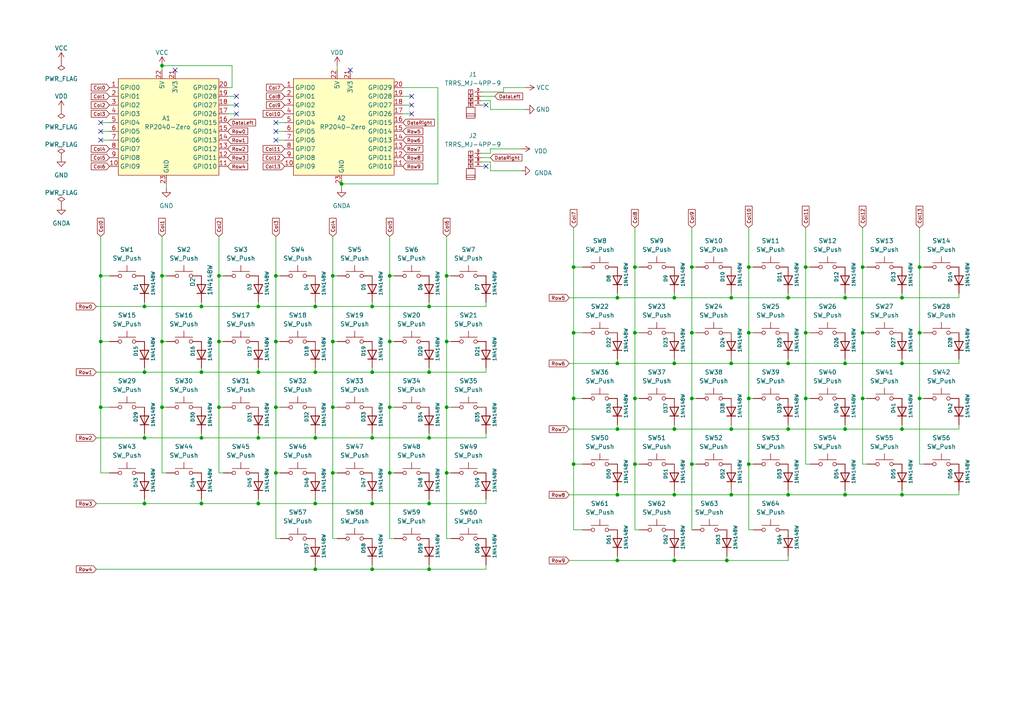
<source format=kicad_sch>
(kicad_sch (version 20230121) (generator eeschema)
  (paper "A4")
  (junction (at 266.7 115.57))
  (junction (at 261.62 105.41))
  (junction (at 217.17 115.57))
  (junction (at 91.44 146.05))
  (junction (at 179.07 143.51))
  (junction (at 195.58 86.36))
  (junction (at 29.21 80.01))
  (junction (at 129.54 137.16))
  (junction (at 228.6 86.36))
  (junction (at 80.01 99.06))
  (junction (at 179.07 86.36))
  (junction (at 233.68 115.57))
  (junction (at 250.19 115.57))
  (junction (at 200.66 96.52))
  (junction (at 91.44 107.95))
  (junction (at 129.54 99.06))
  (junction (at 228.6 143.51))
  (junction (at 107.95 107.95))
  (junction (at 195.58 162.56))
  (junction (at 107.95 127))
  (junction (at 63.5 99.06))
  (junction (at 210.82 162.56))
  (junction (at 124.46 146.05))
  (junction (at 41.91 127))
  (junction (at 74.93 127))
  (junction (at 58.42 88.9))
  (junction (at 261.62 143.51))
  (junction (at 179.07 162.56))
  (junction (at 58.42 127))
  (junction (at 179.07 105.41))
  (junction (at 166.37 115.57))
  (junction (at 233.68 96.52))
  (junction (at 41.91 146.05))
  (junction (at 200.66 115.57))
  (junction (at 166.37 134.62))
  (junction (at 58.42 146.05))
  (junction (at 166.37 77.47))
  (junction (at 74.93 107.95))
  (junction (at 184.15 96.52))
  (junction (at 129.54 118.11))
  (junction (at 217.17 77.47))
  (junction (at 195.58 105.41))
  (junction (at 184.15 115.57))
  (junction (at 41.91 88.9))
  (junction (at 212.09 105.41))
  (junction (at 74.93 146.05))
  (junction (at 29.21 99.06))
  (junction (at 195.58 143.51))
  (junction (at 113.03 80.01))
  (junction (at 212.09 86.36))
  (junction (at 41.91 107.95))
  (junction (at 245.11 143.51))
  (junction (at 129.54 80.01))
  (junction (at 261.62 86.36))
  (junction (at 63.5 80.01))
  (junction (at 80.01 137.16))
  (junction (at 166.37 96.52))
  (junction (at 80.01 118.11))
  (junction (at 96.52 118.11))
  (junction (at 212.09 143.51))
  (junction (at 113.03 118.11))
  (junction (at 245.11 105.41))
  (junction (at 124.46 165.1))
  (junction (at 266.7 96.52))
  (junction (at 107.95 165.1))
  (junction (at 113.03 99.06))
  (junction (at 250.19 96.52))
  (junction (at 74.93 88.9))
  (junction (at 58.42 107.95))
  (junction (at 184.15 134.62))
  (junction (at 245.11 124.46))
  (junction (at 91.44 127))
  (junction (at 46.99 99.06))
  (junction (at 46.99 80.01))
  (junction (at 63.5 118.11))
  (junction (at 200.66 134.62))
  (junction (at 46.99 19.05))
  (junction (at 217.17 96.52))
  (junction (at 96.52 99.06))
  (junction (at 217.17 134.62))
  (junction (at 233.68 77.47))
  (junction (at 200.66 77.47))
  (junction (at 266.7 77.47))
  (junction (at 250.19 77.47))
  (junction (at 195.58 124.46))
  (junction (at 99.06 53.34))
  (junction (at 91.44 88.9))
  (junction (at 184.15 77.47))
  (junction (at 212.09 124.46))
  (junction (at 96.52 137.16))
  (junction (at 91.44 165.1))
  (junction (at 228.6 105.41))
  (junction (at 228.6 124.46))
  (junction (at 46.99 118.11))
  (junction (at 124.46 107.95))
  (junction (at 107.95 146.05))
  (junction (at 107.95 88.9))
  (junction (at 124.46 127))
  (junction (at 179.07 124.46))
  (junction (at 245.11 86.36))
  (junction (at 124.46 88.9))
  (junction (at 29.21 118.11))
  (junction (at 113.03 137.16))
  (junction (at 96.52 80.01))
  (junction (at 261.62 124.46))
  (junction (at 80.01 80.01))
  (no_connect (at 68.58 27.94))
  (no_connect (at 29.21 38.1))
  (no_connect (at 50.8 20.32))
  (no_connect (at 140.97 30.48))
  (no_connect (at 80.01 40.64))
  (no_connect (at 119.38 30.48))
  (no_connect (at 80.01 35.56))
  (no_connect (at 29.21 40.64))
  (no_connect (at 68.58 33.02))
  (no_connect (at 80.01 38.1))
  (no_connect (at 119.38 27.94))
  (no_connect (at 119.38 33.02))
  (no_connect (at 68.58 30.48))
  (no_connect (at 140.97 48.26))
  (no_connect (at 101.6 20.32))
  (no_connect (at 29.21 35.56))
  (wire (pts (xy 228.6 124.46) (xy 245.11 124.46)))
  (wire (pts (xy 96.52 118.11) (xy 96.52 137.16)))
  (wire (pts (xy 68.58 30.48) (xy 66.04 30.48)))
  (wire (pts (xy 228.6 161.29) (xy 228.6 162.56)))
  (wire (pts (xy 165.1 86.36) (xy 179.07 86.36)))
  (wire (pts (xy 250.19 77.47) (xy 250.19 96.52)))
  (wire (pts (xy 124.46 88.9) (xy 140.97 88.9)))
  (wire (pts (xy 46.99 68.58) (xy 46.99 80.01)))
  (wire (pts (xy 267.97 77.47) (xy 266.7 77.47)))
  (wire (pts (xy 233.68 115.57) (xy 233.68 134.62)))
  (wire (pts (xy 217.17 115.57) (xy 217.17 134.62)))
  (wire (pts (xy 184.15 115.57) (xy 185.42 115.57)))
  (wire (pts (xy 233.68 66.04) (xy 233.68 77.47)))
  (wire (pts (xy 212.09 124.46) (xy 228.6 124.46)))
  (wire (pts (xy 234.95 77.47) (xy 233.68 77.47)))
  (wire (pts (xy 58.42 125.73) (xy 58.42 127)))
  (wire (pts (xy 217.17 153.67) (xy 218.44 153.67)))
  (wire (pts (xy 129.54 118.11) (xy 130.81 118.11)))
  (wire (pts (xy 107.95 163.83) (xy 107.95 165.1)))
  (wire (pts (xy 58.42 144.78) (xy 58.42 146.05)))
  (wire (pts (xy 113.03 99.06) (xy 113.03 118.11)))
  (wire (pts (xy 200.66 96.52) (xy 200.66 115.57)))
  (wire (pts (xy 66.04 27.94) (xy 68.58 27.94)))
  (wire (pts (xy 233.68 134.62) (xy 234.95 134.62)))
  (wire (pts (xy 80.01 99.06) (xy 80.01 118.11)))
  (wire (pts (xy 140.97 106.68) (xy 140.97 107.95)))
  (wire (pts (xy 165.1 124.46) (xy 179.07 124.46)))
  (wire (pts (xy 91.44 144.78) (xy 91.44 146.05)))
  (wire (pts (xy 113.03 156.21) (xy 114.3 156.21)))
  (wire (pts (xy 212.09 123.19) (xy 212.09 124.46)))
  (wire (pts (xy 261.62 104.14) (xy 261.62 105.41)))
  (wire (pts (xy 212.09 85.09) (xy 212.09 86.36)))
  (wire (pts (xy 74.93 107.95) (xy 91.44 107.95)))
  (wire (pts (xy 63.5 99.06) (xy 63.5 118.11)))
  (wire (pts (xy 68.58 33.02) (xy 66.04 33.02)))
  (wire (pts (xy 63.5 68.58) (xy 63.5 80.01)))
  (wire (pts (xy 139.7 29.21) (xy 142.24 29.21)))
  (wire (pts (xy 245.11 123.19) (xy 245.11 124.46)))
  (wire (pts (xy 80.01 68.58) (xy 80.01 80.01)))
  (wire (pts (xy 245.11 105.41) (xy 261.62 105.41)))
  (wire (pts (xy 129.54 137.16) (xy 129.54 156.21)))
  (wire (pts (xy 179.07 161.29) (xy 179.07 162.56)))
  (wire (pts (xy 195.58 104.14) (xy 195.58 105.41)))
  (wire (pts (xy 91.44 127) (xy 107.95 127)))
  (wire (pts (xy 80.01 99.06) (xy 81.28 99.06)))
  (wire (pts (xy 261.62 123.19) (xy 261.62 124.46)))
  (wire (pts (xy 217.17 77.47) (xy 217.17 96.52)))
  (wire (pts (xy 228.6 85.09) (xy 228.6 86.36)))
  (wire (pts (xy 116.84 27.94) (xy 119.38 27.94)))
  (wire (pts (xy 81.28 80.01) (xy 80.01 80.01)))
  (wire (pts (xy 217.17 96.52) (xy 217.17 115.57)))
  (wire (pts (xy 250.19 96.52) (xy 251.46 96.52)))
  (wire (pts (xy 107.95 107.95) (xy 124.46 107.95)))
  (wire (pts (xy 212.09 105.41) (xy 228.6 105.41)))
  (wire (pts (xy 261.62 105.41) (xy 278.13 105.41)))
  (wire (pts (xy 74.93 87.63) (xy 74.93 88.9)))
  (wire (pts (xy 129.54 80.01) (xy 129.54 99.06)))
  (wire (pts (xy 278.13 123.19) (xy 278.13 124.46)))
  (wire (pts (xy 124.46 144.78) (xy 124.46 146.05)))
  (wire (pts (xy 184.15 96.52) (xy 185.42 96.52)))
  (wire (pts (xy 74.93 88.9) (xy 91.44 88.9)))
  (wire (pts (xy 91.44 125.73) (xy 91.44 127)))
  (wire (pts (xy 266.7 96.52) (xy 266.7 115.57)))
  (wire (pts (xy 168.91 77.47) (xy 166.37 77.47)))
  (wire (pts (xy 195.58 86.36) (xy 212.09 86.36)))
  (wire (pts (xy 80.01 118.11) (xy 81.28 118.11)))
  (wire (pts (xy 41.91 87.63) (xy 41.91 88.9)))
  (wire (pts (xy 29.21 80.01) (xy 29.21 99.06)))
  (wire (pts (xy 139.7 27.94) (xy 143.51 27.94)))
  (wire (pts (xy 184.15 134.62) (xy 185.42 134.62)))
  (wire (pts (xy 124.46 165.1) (xy 140.97 165.1)))
  (wire (pts (xy 166.37 77.47) (xy 166.37 96.52)))
  (wire (pts (xy 74.93 125.73) (xy 74.93 127)))
  (wire (pts (xy 124.46 163.83) (xy 124.46 165.1)))
  (wire (pts (xy 245.11 86.36) (xy 261.62 86.36)))
  (wire (pts (xy 129.54 99.06) (xy 130.81 99.06)))
  (wire (pts (xy 127 25.4) (xy 127 53.34)))
  (wire (pts (xy 184.15 77.47) (xy 184.15 96.52)))
  (wire (pts (xy 233.68 96.52) (xy 234.95 96.52)))
  (wire (pts (xy 63.5 99.06) (xy 64.77 99.06)))
  (wire (pts (xy 113.03 118.11) (xy 113.03 137.16)))
  (wire (pts (xy 124.46 106.68) (xy 124.46 107.95)))
  (wire (pts (xy 96.52 118.11) (xy 97.79 118.11)))
  (wire (pts (xy 107.95 106.68) (xy 107.95 107.95)))
  (wire (pts (xy 212.09 86.36) (xy 228.6 86.36)))
  (wire (pts (xy 142.24 43.18) (xy 151.13 43.18)))
  (wire (pts (xy 63.5 137.16) (xy 64.77 137.16)))
  (wire (pts (xy 250.19 115.57) (xy 251.46 115.57)))
  (wire (pts (xy 46.99 80.01) (xy 46.99 99.06)))
  (wire (pts (xy 200.66 115.57) (xy 201.93 115.57)))
  (wire (pts (xy 212.09 104.14) (xy 212.09 105.41)))
  (wire (pts (xy 195.58 124.46) (xy 212.09 124.46)))
  (wire (pts (xy 166.37 96.52) (xy 168.91 96.52)))
  (wire (pts (xy 107.95 144.78) (xy 107.95 146.05)))
  (wire (pts (xy 96.52 99.06) (xy 97.79 99.06)))
  (wire (pts (xy 48.26 80.01) (xy 46.99 80.01)))
  (wire (pts (xy 195.58 162.56) (xy 195.58 161.29)))
  (wire (pts (xy 184.15 96.52) (xy 184.15 115.57)))
  (wire (pts (xy 124.46 107.95) (xy 140.97 107.95)))
  (wire (pts (xy 119.38 30.48) (xy 116.84 30.48)))
  (wire (pts (xy 107.95 88.9) (xy 124.46 88.9)))
  (wire (pts (xy 250.19 66.04) (xy 250.19 77.47)))
  (wire (pts (xy 261.62 86.36) (xy 278.13 86.36)))
  (wire (pts (xy 179.07 143.51) (xy 179.07 142.24)))
  (wire (pts (xy 200.66 115.57) (xy 200.66 134.62)))
  (wire (pts (xy 166.37 115.57) (xy 168.91 115.57)))
  (wire (pts (xy 29.21 118.11) (xy 29.21 137.16)))
  (wire (pts (xy 80.01 137.16) (xy 80.01 156.21)))
  (wire (pts (xy 233.68 96.52) (xy 233.68 115.57)))
  (wire (pts (xy 200.66 134.62) (xy 201.93 134.62)))
  (wire (pts (xy 140.97 144.78) (xy 140.97 146.05)))
  (wire (pts (xy 124.46 146.05) (xy 140.97 146.05)))
  (wire (pts (xy 217.17 96.52) (xy 218.44 96.52)))
  (wire (pts (xy 179.07 124.46) (xy 195.58 124.46)))
  (wire (pts (xy 166.37 134.62) (xy 168.91 134.62)))
  (wire (pts (xy 91.44 88.9) (xy 107.95 88.9)))
  (wire (pts (xy 165.1 162.56) (xy 179.07 162.56)))
  (wire (pts (xy 278.13 142.24) (xy 278.13 143.51)))
  (wire (pts (xy 116.84 25.4) (xy 127 25.4)))
  (wire (pts (xy 139.7 26.67) (xy 146.05 26.67)))
  (wire (pts (xy 113.03 68.58) (xy 113.03 80.01)))
  (wire (pts (xy 97.79 80.01) (xy 96.52 80.01)))
  (wire (pts (xy 129.54 137.16) (xy 130.81 137.16)))
  (wire (pts (xy 245.11 143.51) (xy 261.62 143.51)))
  (wire (pts (xy 261.62 124.46) (xy 278.13 124.46)))
  (wire (pts (xy 114.3 80.01) (xy 113.03 80.01)))
  (wire (pts (xy 200.66 134.62) (xy 200.66 153.67)))
  (wire (pts (xy 91.44 163.83) (xy 91.44 165.1)))
  (wire (pts (xy 228.6 143.51) (xy 245.11 143.51)))
  (wire (pts (xy 63.5 118.11) (xy 64.77 118.11)))
  (wire (pts (xy 266.7 77.47) (xy 266.7 96.52)))
  (wire (pts (xy 46.99 137.16) (xy 48.26 137.16)))
  (wire (pts (xy 195.58 105.41) (xy 212.09 105.41)))
  (wire (pts (xy 140.97 163.83) (xy 140.97 165.1)))
  (wire (pts (xy 261.62 85.09) (xy 261.62 86.36)))
  (wire (pts (xy 41.91 106.68) (xy 41.91 107.95)))
  (wire (pts (xy 179.07 85.09) (xy 179.07 86.36)))
  (wire (pts (xy 96.52 80.01) (xy 96.52 99.06)))
  (wire (pts (xy 29.21 118.11) (xy 31.75 118.11)))
  (wire (pts (xy 179.07 162.56) (xy 195.58 162.56)))
  (wire (pts (xy 179.07 86.36) (xy 195.58 86.36)))
  (wire (pts (xy 200.66 77.47) (xy 200.66 96.52)))
  (wire (pts (xy 91.44 87.63) (xy 91.44 88.9)))
  (wire (pts (xy 228.6 162.56) (xy 210.82 162.56)))
  (wire (pts (xy 91.44 165.1) (xy 107.95 165.1)))
  (wire (pts (xy 46.99 99.06) (xy 46.99 118.11)))
  (wire (pts (xy 139.7 46.99) (xy 142.24 46.99)))
  (wire (pts (xy 228.6 143.51) (xy 212.09 143.51)))
  (wire (pts (xy 107.95 165.1) (xy 124.46 165.1)))
  (wire (pts (xy 27.94 88.9) (xy 41.91 88.9)))
  (wire (pts (xy 99.06 53.34) (xy 127 53.34)))
  (wire (pts (xy 146.05 25.4) (xy 146.05 26.67)))
  (wire (pts (xy 130.81 80.01) (xy 129.54 80.01)))
  (wire (pts (xy 200.66 66.04) (xy 200.66 77.47)))
  (wire (pts (xy 29.21 99.06) (xy 29.21 118.11)))
  (wire (pts (xy 99.06 54.61) (xy 99.06 53.34)))
  (wire (pts (xy 29.21 35.56) (xy 31.75 35.56)))
  (wire (pts (xy 200.66 96.52) (xy 201.93 96.52)))
  (wire (pts (xy 228.6 142.24) (xy 228.6 143.51)))
  (wire (pts (xy 63.5 118.11) (xy 63.5 137.16)))
  (wire (pts (xy 129.54 68.58) (xy 129.54 80.01)))
  (wire (pts (xy 41.91 107.95) (xy 58.42 107.95)))
  (wire (pts (xy 142.24 49.53) (xy 151.13 49.53)))
  (wire (pts (xy 166.37 66.04) (xy 166.37 77.47)))
  (wire (pts (xy 218.44 77.47) (xy 217.17 77.47)))
  (wire (pts (xy 97.79 19.05) (xy 97.79 20.32)))
  (wire (pts (xy 29.21 137.16) (xy 31.75 137.16)))
  (wire (pts (xy 80.01 156.21) (xy 81.28 156.21)))
  (wire (pts (xy 184.15 134.62) (xy 184.15 153.67)))
  (wire (pts (xy 41.91 125.73) (xy 41.91 127)))
  (wire (pts (xy 46.99 118.11) (xy 48.26 118.11)))
  (wire (pts (xy 179.07 123.19) (xy 179.07 124.46)))
  (wire (pts (xy 228.6 105.41) (xy 245.11 105.41)))
  (wire (pts (xy 58.42 146.05) (xy 74.93 146.05)))
  (wire (pts (xy 129.54 118.11) (xy 129.54 137.16)))
  (wire (pts (xy 107.95 127) (xy 124.46 127)))
  (wire (pts (xy 81.28 137.16) (xy 80.01 137.16)))
  (wire (pts (xy 113.03 99.06) (xy 114.3 99.06)))
  (wire (pts (xy 41.91 88.9) (xy 58.42 88.9)))
  (wire (pts (xy 266.7 134.62) (xy 267.97 134.62)))
  (wire (pts (xy 80.01 35.56) (xy 82.55 35.56)))
  (wire (pts (xy 146.05 25.4) (xy 152.4 25.4)))
  (wire (pts (xy 228.6 123.19) (xy 228.6 124.46)))
  (wire (pts (xy 245.11 124.46) (xy 261.62 124.46)))
  (wire (pts (xy 212.09 142.24) (xy 212.09 143.51)))
  (wire (pts (xy 179.07 105.41) (xy 195.58 105.41)))
  (wire (pts (xy 179.07 104.14) (xy 179.07 105.41)))
  (wire (pts (xy 96.52 156.21) (xy 97.79 156.21)))
  (wire (pts (xy 96.52 68.58) (xy 96.52 80.01)))
  (wire (pts (xy 113.03 137.16) (xy 113.03 156.21)))
  (wire (pts (xy 80.01 118.11) (xy 80.01 137.16)))
  (wire (pts (xy 107.95 146.05) (xy 124.46 146.05)))
  (wire (pts (xy 261.62 143.51) (xy 278.13 143.51)))
  (wire (pts (xy 217.17 115.57) (xy 218.44 115.57)))
  (wire (pts (xy 27.94 165.1) (xy 91.44 165.1)))
  (wire (pts (xy 166.37 153.67) (xy 168.91 153.67)))
  (wire (pts (xy 166.37 134.62) (xy 166.37 153.67)))
  (wire (pts (xy 58.42 88.9) (xy 74.93 88.9)))
  (wire (pts (xy 113.03 137.16) (xy 114.3 137.16)))
  (wire (pts (xy 245.11 85.09) (xy 245.11 86.36)))
  (wire (pts (xy 129.54 156.21) (xy 130.81 156.21)))
  (wire (pts (xy 119.38 33.02) (xy 116.84 33.02)))
  (wire (pts (xy 266.7 115.57) (xy 267.97 115.57)))
  (wire (pts (xy 184.15 115.57) (xy 184.15 134.62)))
  (wire (pts (xy 41.91 146.05) (xy 41.91 144.78)))
  (wire (pts (xy 46.99 99.06) (xy 48.26 99.06)))
  (wire (pts (xy 250.19 134.62) (xy 251.46 134.62)))
  (wire (pts (xy 142.24 49.53) (xy 142.24 46.99)))
  (wire (pts (xy 91.44 106.68) (xy 91.44 107.95)))
  (wire (pts (xy 233.68 77.47) (xy 233.68 96.52)))
  (wire (pts (xy 129.54 99.06) (xy 129.54 118.11)))
  (wire (pts (xy 74.93 127) (xy 91.44 127)))
  (wire (pts (xy 228.6 86.36) (xy 245.11 86.36)))
  (wire (pts (xy 195.58 142.24) (xy 195.58 143.51)))
  (wire (pts (xy 228.6 104.14) (xy 228.6 105.41)))
  (wire (pts (xy 266.7 96.52) (xy 267.97 96.52)))
  (wire (pts (xy 195.58 162.56) (xy 210.82 162.56)))
  (wire (pts (xy 142.24 44.45) (xy 142.24 43.18)))
  (wire (pts (xy 140.97 30.48) (xy 139.7 30.48)))
  (wire (pts (xy 58.42 106.68) (xy 58.42 107.95)))
  (wire (pts (xy 245.11 142.24) (xy 245.11 143.51)))
  (wire (pts (xy 210.82 161.29) (xy 210.82 162.56)))
  (wire (pts (xy 91.44 146.05) (xy 107.95 146.05)))
  (wire (pts (xy 29.21 68.58) (xy 29.21 80.01)))
  (wire (pts (xy 245.11 104.14) (xy 245.11 105.41)))
  (wire (pts (xy 140.97 87.63) (xy 140.97 88.9)))
  (wire (pts (xy 64.77 80.01) (xy 63.5 80.01)))
  (wire (pts (xy 185.42 77.47) (xy 184.15 77.47)))
  (wire (pts (xy 261.62 142.24) (xy 261.62 143.51)))
  (wire (pts (xy 179.07 143.51) (xy 195.58 143.51)))
  (wire (pts (xy 46.99 19.05) (xy 67.31 19.05)))
  (wire (pts (xy 165.1 143.51) (xy 179.07 143.51)))
  (wire (pts (xy 250.19 96.52) (xy 250.19 115.57)))
  (wire (pts (xy 58.42 107.95) (xy 74.93 107.95)))
  (wire (pts (xy 184.15 153.67) (xy 185.42 153.67)))
  (wire (pts (xy 96.52 137.16) (xy 97.79 137.16)))
  (wire (pts (xy 250.19 115.57) (xy 250.19 134.62)))
  (wire (pts (xy 63.5 80.01) (xy 63.5 99.06)))
  (wire (pts (xy 139.7 45.72) (xy 142.24 45.72)))
  (wire (pts (xy 58.42 127) (xy 74.93 127)))
  (wire (pts (xy 113.03 118.11) (xy 114.3 118.11)))
  (wire (pts (xy 91.44 107.95) (xy 107.95 107.95)))
  (wire (pts (xy 195.58 123.19) (xy 195.58 124.46)))
  (wire (pts (xy 217.17 134.62) (xy 218.44 134.62)))
  (wire (pts (xy 166.37 115.57) (xy 166.37 134.62)))
  (wire (pts (xy 142.24 29.21) (xy 142.24 31.75)))
  (wire (pts (xy 29.21 38.1) (xy 31.75 38.1)))
  (wire (pts (xy 41.91 127) (xy 58.42 127)))
  (wire (pts (xy 113.03 80.01) (xy 113.03 99.06)))
  (wire (pts (xy 91.44 146.05) (xy 74.93 146.05)))
  (wire (pts (xy 80.01 38.1) (xy 82.55 38.1)))
  (wire (pts (xy 217.17 134.62) (xy 217.17 153.67)))
  (wire (pts (xy 266.7 66.04) (xy 266.7 77.47)))
  (wire (pts (xy 96.52 137.16) (xy 96.52 156.21)))
  (wire (pts (xy 46.99 118.11) (xy 46.99 137.16)))
  (wire (pts (xy 29.21 99.06) (xy 31.75 99.06)))
  (wire (pts (xy 96.52 99.06) (xy 96.52 118.11)))
  (wire (pts (xy 67.31 25.4) (xy 67.31 19.05)))
  (wire (pts (xy 27.94 107.95) (xy 41.91 107.95)))
  (wire (pts (xy 124.46 127) (xy 140.97 127)))
  (wire (pts (xy 139.7 48.26) (xy 140.97 48.26)))
  (wire (pts (xy 184.15 66.04) (xy 184.15 77.47)))
  (wire (pts (xy 124.46 125.73) (xy 124.46 127)))
  (wire (pts (xy 67.31 25.4) (xy 66.04 25.4)))
  (wire (pts (xy 107.95 125.73) (xy 107.95 127)))
  (wire (pts (xy 166.37 96.52) (xy 166.37 115.57)))
  (wire (pts (xy 278.13 85.09) (xy 278.13 86.36)))
  (wire (pts (xy 58.42 87.63) (xy 58.42 88.9)))
  (wire (pts (xy 233.68 115.57) (xy 234.95 115.57)))
  (wire (pts (xy 278.13 104.14) (xy 278.13 105.41)))
  (wire (pts (xy 74.93 106.68) (xy 74.93 107.95)))
  (wire (pts (xy 201.93 77.47) (xy 200.66 77.47)))
  (wire (pts (xy 48.26 54.61) (xy 48.26 53.34)))
  (wire (pts (xy 80.01 80.01) (xy 80.01 99.06)))
  (wire (pts (xy 41.91 146.05) (xy 58.42 146.05)))
  (wire (pts (xy 139.7 44.45) (xy 142.24 44.45)))
  (wire (pts (xy 107.95 87.63) (xy 107.95 88.9)))
  (wire (pts (xy 74.93 144.78) (xy 74.93 146.05)))
  (wire (pts (xy 29.21 40.64) (xy 31.75 40.64)))
  (wire (pts (xy 217.17 66.04) (xy 217.17 77.47)))
  (wire (pts (xy 195.58 143.51) (xy 212.09 143.51)))
  (wire (pts (xy 266.7 115.57) (xy 266.7 134.62)))
  (wire (pts (xy 31.75 80.01) (xy 29.21 80.01)))
  (wire (pts (xy 195.58 85.09) (xy 195.58 86.36)))
  (wire (pts (xy 140.97 125.73) (xy 140.97 127)))
  (wire (pts (xy 165.1 105.41) (xy 179.07 105.41)))
  (wire (pts (xy 27.94 146.05) (xy 41.91 146.05)))
  (wire (pts (xy 251.46 77.47) (xy 250.19 77.47)))
  (wire (pts (xy 142.24 31.75) (xy 152.4 31.75)))
  (wire (pts (xy 46.99 19.05) (xy 46.99 20.32)))
  (wire (pts (xy 124.46 87.63) (xy 124.46 88.9)))
  (wire (pts (xy 80.01 40.64) (xy 82.55 40.64)))
  (wire (pts (xy 27.94 127) (xy 41.91 127)))
  (global_label "Row2" (shape input) (at 66.04 43.18 0) (effects (font (size 1 1))) (property "Intersheetrefs" "${INTERSHEET_REFS}" (effects hide)))
  (global_label "DataLeft" (shape input) (at 143.51 27.94 0) (effects (font (size 1 1))) (property "Intersheetrefs" "${INTERSHEET_REFS}" (effects hide)))
  (global_label "Row6" (shape input) (at 165.1 105.41 180) (effects (font (size 1 1))) (property "Intersheetrefs" "${INTERSHEET_REFS}" (effects hide)))
  (global_label "Col11" (shape input) (at 82.55 43.18 180) (effects (font (size 1 1))) (property "Intersheetrefs" "${INTERSHEET_REFS}" (effects hide)))
  (global_label "Col11" (shape input) (at 233.68 66.04 90) (effects (font (size 1 1))) (property "Intersheetrefs" "${INTERSHEET_REFS}" (effects hide)))
  (global_label "Col5" (shape input) (at 113.03 68.58 90) (effects (font (size 1 1))) (property "Intersheetrefs" "${INTERSHEET_REFS}" (effects hide)))
  (global_label "Row8" (shape input) (at 165.1 143.51 180) (effects (font (size 1 1))) (property "Intersheetrefs" "${INTERSHEET_REFS}" (effects hide)))
  (global_label "DataLeft" (shape input) (at 66.04 35.56 0) (effects (font (size 1 1))) (property "Intersheetrefs" "${INTERSHEET_REFS}" (effects hide)))
  (global_label "Row0" (shape input) (at 27.94 88.9 180) (effects (font (size 1 1))) (property "Intersheetrefs" "${INTERSHEET_REFS}" (effects hide)))
  (global_label "Col3" (shape input) (at 31.75 33.02 180) (effects (font (size 1 1))) (property "Intersheetrefs" "${INTERSHEET_REFS}" (effects hide)))
  (global_label "Col10" (shape input) (at 217.17 66.04 90) (effects (font (size 1 1))) (property "Intersheetrefs" "${INTERSHEET_REFS}" (effects hide)))
  (global_label "Col9" (shape input) (at 82.55 30.48 180) (effects (font (size 1 1))) (property "Intersheetrefs" "${INTERSHEET_REFS}" (effects hide)))
  (global_label "Col13" (shape input) (at 266.7 66.04 90) (effects (font (size 1 1))) (property "Intersheetrefs" "${INTERSHEET_REFS}" (effects hide)))
  (global_label "Row7" (shape input) (at 116.84 43.18 0) (effects (font (size 1 1))) (property "Intersheetrefs" "${INTERSHEET_REFS}" (effects hide)))
  (global_label "Col8" (shape input) (at 82.55 27.94 180) (effects (font (size 1 1))) (property "Intersheetrefs" "${INTERSHEET_REFS}" (effects hide)))
  (global_label "Row6" (shape input) (at 116.84 40.64 0) (effects (font (size 1 1))) (property "Intersheetrefs" "${INTERSHEET_REFS}" (effects hide)))
  (global_label "Col12" (shape input) (at 82.55 45.72 180) (effects (font (size 1 1))) (property "Intersheetrefs" "${INTERSHEET_REFS}" (effects hide)))
  (global_label "Col7" (shape input) (at 82.55 25.4 180) (effects (font (size 1 1))) (property "Intersheetrefs" "${INTERSHEET_REFS}" (effects hide)))
  (global_label "Row7" (shape input) (at 165.1 124.46 180) (effects (font (size 1 1))) (property "Intersheetrefs" "${INTERSHEET_REFS}" (effects hide)))
  (global_label "Col2" (shape input) (at 31.75 30.48 180) (effects (font (size 1 1))) (property "Intersheetrefs" "${INTERSHEET_REFS}" (effects hide)))
  (global_label "Row9" (shape input) (at 116.84 48.26 0) (effects (font (size 1 1))) (property "Intersheetrefs" "${INTERSHEET_REFS}" (effects hide)))
  (global_label "Col13" (shape input) (at 82.55 48.26 180) (effects (font (size 1 1))) (property "Intersheetrefs" "${INTERSHEET_REFS}" (effects hide)))
  (global_label "Row4" (shape input) (at 66.04 48.26 0) (effects (font (size 1 1))) (property "Intersheetrefs" "${INTERSHEET_REFS}" (effects hide)))
  (global_label "Col12" (shape input) (at 250.19 66.04 90) (effects (font (size 1 1))) (property "Intersheetrefs" "${INTERSHEET_REFS}" (effects hide)))
  (global_label "Col4" (shape input) (at 31.75 43.18 180) (effects (font (size 1 1))) (property "Intersheetrefs" "${INTERSHEET_REFS}" (effects hide)))
  (global_label "Col3" (shape input) (at 80.01 68.58 90) (effects (font (size 1 1))) (property "Intersheetrefs" "${INTERSHEET_REFS}" (effects hide)))
  (global_label "Row2" (shape input) (at 27.94 127 180) (effects (font (size 1 1))) (property "Intersheetrefs" "${INTERSHEET_REFS}" (effects hide)))
  (global_label "DataRight" (shape input) (at 142.24 45.72 0) (effects (font (size 1 1))) (property "Intersheetrefs" "${INTERSHEET_REFS}" (effects hide)))
  (global_label "Col1" (shape input) (at 46.99 68.58 90) (effects (font (size 1 1))) (property "Intersheetrefs" "${INTERSHEET_REFS}" (effects hide)))
  (global_label "Col5" (shape input) (at 31.75 45.72 180) (effects (font (size 1 1))) (property "Intersheetrefs" "${INTERSHEET_REFS}" (effects hide)))
  (global_label "Col1" (shape input) (at 31.75 27.94 180) (effects (font (size 1 1))) (property "Intersheetrefs" "${INTERSHEET_REFS}" (effects hide)))
  (global_label "Row3" (shape input) (at 66.04 45.72 0) (effects (font (size 1 1))) (property "Intersheetrefs" "${INTERSHEET_REFS}" (effects hide)))
  (global_label "DataRight" (shape input) (at 116.84 35.56 0) (effects (font (size 1 1))) (property "Intersheetrefs" "${INTERSHEET_REFS}" (effects hide)))
  (global_label "Col0" (shape input) (at 31.75 25.4 180) (effects (font (size 1 1))) (property "Intersheetrefs" "${INTERSHEET_REFS}" (effects hide)))
  (global_label "Row8" (shape input) (at 116.84 45.72 0) (effects (font (size 1 1))) (property "Intersheetrefs" "${INTERSHEET_REFS}" (effects hide)))
  (global_label "Row0" (shape input) (at 66.04 38.1 0) (effects (font (size 1 1))) (property "Intersheetrefs" "${INTERSHEET_REFS}" (effects hide)))
  (global_label "Col0" (shape input) (at 29.21 68.58 90) (effects (font (size 1 1))) (property "Intersheetrefs" "${INTERSHEET_REFS}" (effects hide)))
  (global_label "Col6" (shape input) (at 129.54 68.58 90) (effects (font (size 1 1))) (property "Intersheetrefs" "${INTERSHEET_REFS}" (effects hide)))
  (global_label "Row1" (shape input) (at 27.94 107.95 180) (effects (font (size 1 1))) (property "Intersheetrefs" "${INTERSHEET_REFS}" (effects hide)))
  (global_label "Row1" (shape input) (at 66.04 40.64 0) (effects (font (size 1 1))) (property "Intersheetrefs" "${INTERSHEET_REFS}" (effects hide)))
  (global_label "Col9" (shape input) (at 200.66 66.04 90) (effects (font (size 1 1))) (property "Intersheetrefs" "${INTERSHEET_REFS}" (effects hide)))
  (global_label "Col7" (shape input) (at 166.37 66.04 90) (effects (font (size 1 1))) (property "Intersheetrefs" "${INTERSHEET_REFS}" (effects hide)))
  (global_label "Row5" (shape input) (at 165.1 86.36 180) (effects (font (size 1 1))) (property "Intersheetrefs" "${INTERSHEET_REFS}" (effects hide)))
  (global_label "Col2" (shape input) (at 63.5 68.58 90) (effects (font (size 1 1))) (property "Intersheetrefs" "${INTERSHEET_REFS}" (effects hide)))
  (global_label "Row9" (shape input) (at 165.1 162.56 180) (effects (font (size 1 1))) (property "Intersheetrefs" "${INTERSHEET_REFS}" (effects hide)))
  (global_label "Row5" (shape input) (at 116.84 38.1 0) (effects (font (size 1 1))) (property "Intersheetrefs" "${INTERSHEET_REFS}" (effects hide)))
  (global_label "Col6" (shape input) (at 31.75 48.26 180) (effects (font (size 1 1))) (property "Intersheetrefs" "${INTERSHEET_REFS}" (effects hide)))
  (global_label "Row4" (shape input) (at 27.94 165.1 180) (effects (font (size 1 1))) (property "Intersheetrefs" "${INTERSHEET_REFS}" (effects hide)))
  (global_label "Col4" (shape input) (at 96.52 68.58 90) (effects (font (size 1 1))) (property "Intersheetrefs" "${INTERSHEET_REFS}" (effects hide)))
  (global_label "Col8" (shape input) (at 184.15 66.04 90) (effects (font (size 1 1))) (property "Intersheetrefs" "${INTERSHEET_REFS}" (effects hide)))
  (global_label "Col10" (shape input) (at 82.55 33.02 180) (effects (font (size 1 1))) (property "Intersheetrefs" "${INTERSHEET_REFS}" (effects hide)))
  (global_label "Row3" (shape input) (at 27.94 146.05 180) (effects (font (size 1 1))) (property "Intersheetrefs" "${INTERSHEET_REFS}" (effects hide)))
  (symbol (lib_id "Diode:1N4148W") (at 140.97 140.97 90) (unit 1)
    (property "Reference" "D49" (at 138.455 141.5 0) (effects (font (size 1 1)) (justify left)))
    (property "Value" "1N4148W" (at 143.455 142.875 0) (effects (font (size 1 1)) (justify left)))
    (property "Footprint" "Salicylic-acid3_kbd_Parts:Diode_SMD" (effects hide))
    (property "Datasheet" "https://www.vishay.com/docs/85748/1n4148w.pdf" (effects hide))
  )
  (symbol (lib_id "Switch:SW_Push") (at 256.54 77.47 0) (unit 1)
    (property "Reference" "SW13" (at 256.54 69.85 0))
    (property "Value" "SW_Push" (at 256.54 72.39 0))
    (property "Footprint" "Salicylic-acid3_kbd_SW:CherryMX_Solder_1u" (effects hide))
  )
  (symbol (lib_id "power:GNDA") (at 17.78 59.69 0) (unit 1)
    (property "Reference" "#PWR014" (effects hide))
    (property "Value" "GNDA" (at 17.78 64.77 0))
  )
  (symbol (lib_id "power:VDD") (at 97.79 19.05 0) (unit 1)
    (property "Reference" "#PWR07" (effects hide))
    (property "Value" "VDD" (at 97.79 15.24 0))
  )
  (symbol (lib_id "Diode:1N4148W") (at 228.6 100.33 90) (unit 1)
    (property "Reference" "D25" (at 226.085 100.86 0) (effects (font (size 1 1)) (justify left)))
    (property "Value" "1N4148W" (at 231.085 102.235 0) (effects (font (size 1 1)) (justify left)))
    (property "Footprint" "Salicylic-acid3_kbd_Parts:Diode_SMD" (effects hide))
    (property "Datasheet" "https://www.vishay.com/docs/85748/1n4148w.pdf" (effects hide))
  )
  (symbol (lib_id "Switch:SW_Push") (at 102.87 156.21 0) (unit 1)
    (property "Reference" "SW58" (at 102.87 148.59 0))
    (property "Value" "SW_Push" (at 102.87 151.13 0))
    (property "Footprint" "Salicylic-acid3_kbd_SW:CherryMX_Solder_1u" (effects hide))
  )
  (symbol (lib_id "Switch:SW_Push") (at 135.89 80.01 0) (unit 1)
    (property "Reference" "SW7" (at 135.89 72.39 0))
    (property "Value" "SW_Push" (at 135.89 74.93 0))
    (property "Footprint" "Salicylic-acid3_kbd_SW:CherryMX_Solder_1u" (effects hide))
  )
  (symbol (lib_id "Diode:1N4148W") (at 278.13 138.43 90) (unit 1)
    (property "Reference" "D56" (at 275.615 138.96 0) (effects (font (size 1 1)) (justify left)))
    (property "Value" "1N4148W" (at 280.615 140.335 0) (effects (font (size 1 1)) (justify left)))
    (property "Footprint" "Salicylic-acid3_kbd_Parts:Diode_SMD" (effects hide))
    (property "Datasheet" "https://www.vishay.com/docs/85748/1n4148w.pdf" (effects hide))
  )
  (symbol (lib_id "Switch:SW_Push") (at 119.38 99.06 0) (unit 1)
    (property "Reference" "SW20" (at 119.38 91.44 0))
    (property "Value" "SW_Push" (at 119.38 93.98 0))
    (property "Footprint" "Salicylic-acid3_kbd_SW:CherryMX_Solder_1u" (effects hide))
  )
  (symbol (lib_id "Switch:SW_Push") (at 240.03 115.57 0) (unit 1)
    (property "Reference" "SW40" (at 240.03 107.95 0))
    (property "Value" "SW_Push" (at 240.03 110.49 0))
    (property "Footprint" "Salicylic-acid3_kbd_SW:CherryMX_Solder_1u" (effects hide))
  )
  (symbol (lib_id "Diode:1N4148W") (at 58.42 102.87 90) (unit 1)
    (property "Reference" "D16" (at 55.905 103.4 0) (effects (font (size 1 1)) (justify left)))
    (property "Value" "1N4148W" (at 60.905 104.775 0) (effects (font (size 1 1)) (justify left)))
    (property "Footprint" "Salicylic-acid3_kbd_Parts:Diode_SMD" (effects hide))
    (property "Datasheet" "https://www.vishay.com/docs/85748/1n4148w.pdf" (effects hide))
  )
  (symbol (lib_id "power:GND") (at 17.78 45.72 0) (unit 1)
    (property "Reference" "#PWR012" (effects hide))
    (property "Value" "GND" (at 17.78 50.8 0))
  )
  (symbol (lib_id "power:GND") (at 152.4 31.75 90) (unit 1)
    (property "Reference" "#PWR010" (effects hide))
    (property "Value" "GND" (at 157.48 31.75 90))
  )
  (symbol (lib_id "Switch:SW_Push") (at 273.05 134.62 0) (unit 1)
    (property "Reference" "SW56" (at 273.05 127 0))
    (property "Value" "SW_Push" (at 273.05 129.54 0))
    (property "Footprint" "Salicylic-acid3_kbd_SW:CherryMX_Solder_1u" (effects hide))
  )
  (symbol (lib_id "Diode:1N4148W") (at 195.58 100.33 90) (unit 1)
    (property "Reference" "D23" (at 193.065 100.86 0) (effects (font (size 1 1)) (justify left)))
    (property "Value" "1N4148W" (at 198.065 102.235 0) (effects (font (size 1 1)) (justify left)))
    (property "Footprint" "Salicylic-acid3_kbd_Parts:Diode_SMD" (effects hide))
    (property "Datasheet" "https://www.vishay.com/docs/85748/1n4148w.pdf" (effects hide))
  )
  (symbol (lib_id "Diode:1N4148W") (at 58.42 121.92 90) (unit 1)
    (property "Reference" "D30" (at 55.905 122.45 0) (effects (font (size 1 1)) (justify left)))
    (property "Value" "1N4148W" (at 60.905 123.825 0) (effects (font (size 1 1)) (justify left)))
    (property "Footprint" "Salicylic-acid3_kbd_Parts:Diode_SMD" (effects hide))
    (property "Datasheet" "https://www.vishay.com/docs/85748/1n4148w.pdf" (effects hide))
  )
  (symbol (lib_id "Diode:1N4148W") (at 278.13 81.28 90) (unit 1)
    (property "Reference" "D14" (at 275.615 81.81 0) (effects (font (size 1 1)) (justify left)))
    (property "Value" "1N4148W" (at 280.615 83.185 0) (effects (font (size 1 1)) (justify left)))
    (property "Footprint" "Salicylic-acid3_kbd_Parts:Diode_SMD" (effects hide))
    (property "Datasheet" "https://www.vishay.com/docs/85748/1n4148w.pdf" (effects hide))
  )
  (symbol (lib_id "Switch:SW_Push") (at 273.05 96.52 0) (unit 1)
    (property "Reference" "SW28" (at 273.05 88.9 0))
    (property "Value" "SW_Push" (at 273.05 91.44 0))
    (property "Footprint" "Salicylic-acid3_kbd_SW:CherryMX_Solder_1u" (effects hide))
  )
  (symbol (lib_id "Switch:SW_Push") (at 256.54 134.62 0) (unit 1)
    (property "Reference" "SW55" (at 256.54 127 0))
    (property "Value" "SW_Push" (at 256.54 129.54 0))
    (property "Footprint" "Salicylic-acid3_kbd_SW:CherryMX_Solder_1u" (effects hide))
  )
  (symbol (lib_id "Switch:SW_Push") (at 190.5 115.57 0) (unit 1)
    (property "Reference" "SW37" (at 190.5 107.95 0))
    (property "Value" "SW_Push" (at 190.5 110.49 0))
    (property "Footprint" "Salicylic-acid3_kbd_SW:CherryMX_Solder_1u" (effects hide))
  )
  (symbol (lib_id "Switch:SW_Push") (at 190.5 96.52 0) (unit 1)
    (property "Reference" "SW23" (at 190.5 88.9 0))
    (property "Value" "SW_Push" (at 190.5 91.44 0))
    (property "Footprint" "Salicylic-acid3_kbd_SW:CherryMX_Solder_1u" (effects hide))
  )
  (symbol (lib_id "Diode:1N4148W") (at 140.97 102.87 90) (unit 1)
    (property "Reference" "D21" (at 138.455 103.4 0) (effects (font (size 1 1)) (justify left)))
    (property "Value" "1N4148W" (at 143.455 104.775 0) (effects (font (size 1 1)) (justify left)))
    (property "Footprint" "Salicylic-acid3_kbd_Parts:Diode_SMD" (effects hide))
    (property "Datasheet" "https://www.vishay.com/docs/85748/1n4148w.pdf" (effects hide))
  )
  (symbol (lib_id "Diode:1N4148W") (at 107.95 160.02 90) (unit 1)
    (property "Reference" "D58" (at 105.435 160.55 0) (effects (font (size 1 1)) (justify left)))
    (property "Value" "1N4148W" (at 110.435 161.925 0) (effects (font (size 1 1)) (justify left)))
    (property "Footprint" "Salicylic-acid3_kbd_Parts:Diode_SMD" (effects hide))
    (property "Datasheet" "https://www.vishay.com/docs/85748/1n4148w.pdf" (effects hide))
  )
  (symbol (lib_id "Switch:SW_Push") (at 135.89 137.16 0) (unit 1)
    (property "Reference" "SW49" (at 135.89 129.54 0))
    (property "Value" "SW_Push" (at 135.89 132.08 0))
    (property "Footprint" "Salicylic-acid3_kbd_SW:CherryMX_Solder_1u" (effects hide))
  )
  (symbol (lib_id "Switch:SW_Push") (at 173.99 134.62 0) (unit 1)
    (property "Reference" "SW50" (at 173.99 127 0))
    (property "Value" "SW_Push" (at 173.99 129.54 0))
    (property "Footprint" "Salicylic-acid3_kbd_SW:CherryMX_Solder_1u" (effects hide))
  )
  (symbol (lib_id "Diode:1N4148W") (at 91.44 83.82 90) (unit 1)
    (property "Reference" "D4" (at 88.925 84.35 0) (effects (font (size 1 1)) (justify left)))
    (property "Value" "1N4148W" (at 93.925 85.725 0) (effects (font (size 1 1)) (justify left)))
    (property "Footprint" "Salicylic-acid3_kbd_Parts:Diode_SMD" (effects hide))
    (property "Datasheet" "https://www.vishay.com/docs/85748/1n4148w.pdf" (effects hide))
  )
  (symbol (lib_id "Diode:1N4148W") (at 278.13 119.38 90) (unit 1)
    (property "Reference" "D42" (at 275.615 119.91 0) (effects (font (size 1 1)) (justify left)))
    (property "Value" "1N4148W" (at 280.615 121.285 0) (effects (font (size 1 1)) (justify left)))
    (property "Footprint" "Salicylic-acid3_kbd_Parts:Diode_SMD" (effects hide))
    (property "Datasheet" "https://www.vishay.com/docs/85748/1n4148w.pdf" (effects hide))
  )
  (symbol (lib_id "Diode:1N4148W") (at 58.42 140.97 90) (unit 1)
    (property "Reference" "D44" (at 55.905 141.5 0) (effects (font (size 1 1)) (justify left)))
    (property "Value" "1N4148W" (at 60.905 142.875 0) (effects (font (size 1 1)) (justify left)))
    (property "Footprint" "Salicylic-acid3_kbd_Parts:Diode_SMD" (effects hide))
    (property "Datasheet" "https://www.vishay.com/docs/85748/1n4148w.pdf" (effects hide))
  )
  (symbol (lib_id "Diode:1N4148W") (at 212.09 138.43 90) (unit 1)
    (property "Reference" "D52" (at 209.575 138.96 0) (effects (font (size 1 1)) (justify left)))
    (property "Value" "1N4148W" (at 214.575 140.335 0) (effects (font (size 1 1)) (justify left)))
    (property "Footprint" "Salicylic-acid3_kbd_Parts:Diode_SMD" (effects hide))
    (property "Datasheet" "https://www.vishay.com/docs/85748/1n4148w.pdf" (effects hide))
  )
  (symbol (lib_id "Switch:SW_Push") (at 36.83 99.06 0) (unit 1)
    (property "Reference" "SW15" (at 36.83 91.44 0))
    (property "Value" "SW_Push" (at 36.83 93.98 0))
    (property "Footprint" "Salicylic-acid3_kbd_SW:CherryMX_Solder_1u" (effects hide))
  )
  (symbol (lib_id "Diode:1N4148W") (at 245.11 119.38 90) (unit 1)
    (property "Reference" "D40" (at 242.595 119.91 0) (effects (font (size 1 1)) (justify left)))
    (property "Value" "1N4148W" (at 247.595 121.285 0) (effects (font (size 1 1)) (justify left)))
    (property "Footprint" "Salicylic-acid3_kbd_Parts:Diode_SMD" (effects hide))
    (property "Datasheet" "https://www.vishay.com/docs/85748/1n4148w.pdf" (effects hide))
  )
  (symbol (lib_id "Switch:SW_Push") (at 173.99 96.52 0) (unit 1)
    (property "Reference" "SW22" (at 173.99 88.9 0))
    (property "Value" "SW_Push" (at 173.99 91.44 0))
    (property "Footprint" "Salicylic-acid3_kbd_SW:CherryMX_Solder_1u" (effects hide))
  )
  (symbol (lib_id "Diode:1N4148W") (at 245.11 138.43 90) (unit 1)
    (property "Reference" "D54" (at 242.595 138.96 0) (effects (font (size 1 1)) (justify left)))
    (property "Value" "1N4148W" (at 247.595 140.335 0) (effects (font (size 1 1)) (justify left)))
    (property "Footprint" "Salicylic-acid3_kbd_Parts:Diode_SMD" (effects hide))
    (property "Datasheet" "https://www.vishay.com/docs/85748/1n4148w.pdf" (effects hide))
  )
  (symbol (lib_id "Diode:1N4148W") (at 228.6 157.48 90) (unit 1)
    (property "Reference" "D64" (at 226.085 158.01 0) (effects (font (size 1 1)) (justify left)))
    (property "Value" "1N4148W" (at 231.085 159.385 0) (effects (font (size 1 1)) (justify left)))
    (property "Footprint" "Salicylic-acid3_kbd_Parts:Diode_SMD" (effects hide))
    (property "Datasheet" "https://www.vishay.com/docs/85748/1n4148w.pdf" (effects hide))
  )
  (symbol (lib_id "Switch:SW_Push") (at 36.83 137.16 0) (unit 1)
    (property "Reference" "SW43" (at 36.83 129.54 0))
    (property "Value" "SW_Push" (at 36.83 132.08 0))
    (property "Footprint" "Salicylic-acid3_kbd_SW:CherryMX_Solder_1u" (effects hide))
  )
  (symbol (lib_id "Diode:1N4148W") (at 245.11 100.33 90) (unit 1)
    (property "Reference" "D26" (at 242.595 100.86 0) (effects (font (size 1 1)) (justify left)))
    (property "Value" "1N4148W" (at 247.595 102.235 0) (effects (font (size 1 1)) (justify left)))
    (property "Footprint" "Salicylic-acid3_kbd_Parts:Diode_SMD" (effects hide))
    (property "Datasheet" "https://www.vishay.com/docs/85748/1n4148w.pdf" (effects hide))
  )
  (symbol (lib_id "Switch:SW_Push") (at 207.01 134.62 0) (unit 1)
    (property "Reference" "SW52" (at 207.01 127 0))
    (property "Value" "SW_Push" (at 207.01 129.54 0))
    (property "Footprint" "Salicylic-acid3_kbd_SW:CherryMX_Solder_1u" (effects hide))
  )
  (symbol (lib_id "Switch:SW_Push") (at 69.85 137.16 0) (unit 1)
    (property "Reference" "SW45" (at 69.85 129.54 0))
    (property "Value" "SW_Push" (at 69.85 132.08 0))
    (property "Footprint" "Salicylic-acid3_kbd_SW:CherryMX_Solder_1u" (effects hide))
  )
  (symbol (lib_id "Switch:SW_Push") (at 36.83 118.11 0) (unit 1)
    (property "Reference" "SW29" (at 36.83 110.49 0))
    (property "Value" "SW_Push" (at 36.83 113.03 0))
    (property "Footprint" "Salicylic-acid3_kbd_SW:CherryMX_Solder_1u" (effects hide))
  )
  (symbol (lib_id "Switch:SW_Push") (at 273.05 115.57 0) (unit 1)
    (property "Reference" "SW42" (at 273.05 107.95 0))
    (property "Value" "SW_Push" (at 273.05 110.49 0))
    (property "Footprint" "Salicylic-acid3_kbd_SW:CherryMX_Solder_1u" (effects hide))
  )
  (symbol (lib_id "Diode:1N4148W") (at 261.62 81.28 90) (unit 1)
    (property "Reference" "D13" (at 259.105 81.81 0) (effects (font (size 1 1)) (justify left)))
    (property "Value" "1N4148W" (at 264.105 83.185 0) (effects (font (size 1 1)) (justify left)))
    (property "Footprint" "Salicylic-acid3_kbd_Parts:Diode_SMD" (effects hide))
    (property "Datasheet" "https://www.vishay.com/docs/85748/1n4148w.pdf" (effects hide))
  )
  (symbol (lib_id "Switch:SW_Push") (at 273.05 77.47 0) (unit 1)
    (property "Reference" "SW14" (at 273.05 69.85 0))
    (property "Value" "SW_Push" (at 273.05 72.39 0))
    (property "Footprint" "Salicylic-acid3_kbd_SW:CherryMX_Solder_1u" (effects hide))
  )
  (symbol (lib_id "power:VDD") (at 151.13 43.18 270) (unit 1)
    (property "Reference" "#PWR011" (effects hide))
    (property "Value" "VDD" (at 154.94 43.815 90) (effects (justify left)))
  )
  (symbol (lib_id "Diode:1N4148W") (at 261.62 138.43 90) (unit 1)
    (property "Reference" "D55" (at 259.105 138.96 0) (effects (font (size 1 1)) (justify left)))
    (property "Value" "1N4148W" (at 264.105 140.335 0) (effects (font (size 1 1)) (justify left)))
    (property "Footprint" "Salicylic-acid3_kbd_Parts:Diode_SMD" (effects hide))
    (property "Datasheet" "https://www.vishay.com/docs/85748/1n4148w.pdf" (effects hide))
  )
  (symbol (lib_id "Diode:1N4148W") (at 179.07 100.33 90) (unit 1)
    (property "Reference" "D22" (at 176.555 100.86 0) (effects (font (size 1 1)) (justify left)))
    (property "Value" "1N4148W" (at 181.555 102.235 0) (effects (font (size 1 1)) (justify left)))
    (property "Footprint" "Salicylic-acid3_kbd_Parts:Diode_SMD" (effects hide))
    (property "Datasheet" "https://www.vishay.com/docs/85748/1n4148w.pdf" (effects hide))
  )
  (symbol (lib_id "Switch:SW_Push") (at 173.99 77.47 0) (unit 1)
    (property "Reference" "SW8" (at 173.99 69.85 0))
    (property "Value" "SW_Push" (at 173.99 72.39 0))
    (property "Footprint" "Salicylic-acid3_kbd_SW:CherryMX_Solder_1u" (effects hide))
  )
  (symbol (lib_id "Switch:SW_Push") (at 135.89 99.06 0) (unit 1)
    (property "Reference" "SW21" (at 135.89 91.44 0))
    (property "Value" "SW_Push" (at 135.89 93.98 0))
    (property "Footprint" "Salicylic-acid3_kbd_SW:CherryMX_Solder_1u" (effects hide))
  )
  (symbol (lib_id "Switch:SW_Push") (at 205.74 153.67 0) (unit 1)
    (property "Reference" "SW63" (at 205.74 146.05 0))
    (property "Value" "SW_Push" (at 205.74 148.59 0))
    (property "Footprint" "Salicylic-acid3_kbd_SW:CherryMX_Solder_1u" (effects hide))
  )
  (symbol (lib_id "Switch:SW_Push") (at 256.54 115.57 0) (unit 1)
    (property "Reference" "SW41" (at 256.54 107.95 0))
    (property "Value" "SW_Push" (at 256.54 110.49 0))
    (property "Footprint" "Salicylic-acid3_kbd_SW:CherryMX_Solder_1u" (effects hide))
  )
  (symbol (lib_id "Switch:SW_Push") (at 53.34 99.06 0) (unit 1)
    (property "Reference" "SW16" (at 53.34 91.44 0))
    (property "Value" "SW_Push" (at 53.34 93.98 0))
    (property "Footprint" "Salicylic-acid3_kbd_SW:CherryMX_Solder_1u" (effects hide))
  )
  (symbol (lib_id "Switch:SW_Push") (at 86.36 118.11 0) (unit 1)
    (property "Reference" "SW32" (at 86.36 110.49 0))
    (property "Value" "SW_Push" (at 86.36 113.03 0))
    (property "Footprint" "Salicylic-acid3_kbd_SW:CherryMX_Solder_1u" (effects hide))
  )
  (symbol (lib_id "Switch:SW_Push") (at 223.52 153.67 0) (unit 1)
    (property "Reference" "SW64" (at 223.52 146.05 0))
    (property "Value" "SW_Push" (at 223.52 148.59 0))
    (property "Footprint" "Salicylic-acid3_kbd_SW:CherryMX_Solder_1u" (effects hide))
  )
  (symbol (lib_id "Diode:1N4148W") (at 124.46 140.97 90) (unit 1)
    (property "Reference" "D48" (at 121.945 141.5 0) (effects (font (size 1 1)) (justify left)))
    (property "Value" "1N4148W" (at 126.945 142.875 0) (effects (font (size 1 1)) (justify left)))
    (property "Footprint" "Salicylic-acid3_kbd_Parts:Diode_SMD" (effects hide))
    (property "Datasheet" "https://www.vishay.com/docs/85748/1n4148w.pdf" (effects hide))
  )
  (symbol (lib_id "Switch:SW_Push") (at 69.85 99.06 0) (unit 1)
    (property "Reference" "SW17" (at 69.85 91.44 0))
    (property "Value" "SW_Push" (at 69.85 93.98 0))
    (property "Footprint" "Salicylic-acid3_kbd_SW:CherryMX_Solder_1u" (effects hide))
  )
  (symbol (lib_id "Diode:1N4148W") (at 74.93 102.87 90) (unit 1)
    (property "Reference" "D17" (at 72.415 103.4 0) (effects (font (size 1 1)) (justify left)))
    (property "Value" "1N4148W" (at 77.415 104.775 0) (effects (font (size 1 1)) (justify left)))
    (property "Footprint" "Salicylic-acid3_kbd_Parts:Diode_SMD" (effects hide))
    (property "Datasheet" "https://www.vishay.com/docs/85748/1n4148w.pdf" (effects hide))
  )
  (symbol (lib_id "Diode:1N4148W") (at 179.07 138.43 90) (unit 1)
    (property "Reference" "D50" (at 176.555 138.96 0) (effects (font (size 1 1)) (justify left)))
    (property "Value" "1N4148W" (at 181.555 140.335 0) (effects (font (size 1 1)) (justify left)))
    (property "Footprint" "Salicylic-acid3_kbd_Parts:Diode_SMD" (effects hide))
    (property "Datasheet" "https://www.vishay.com/docs/85748/1n4148w.pdf" (effects hide))
  )
  (symbol (lib_id "Diode:1N4148W") (at 195.58 157.48 90) (unit 1)
    (property "Reference" "D62" (at 193.065 158.01 0) (effects (font (size 1 1)) (justify left)))
    (property "Value" "1N4148W" (at 198.065 159.385 0) (effects (font (size 1 1)) (justify left)))
    (property "Footprint" "Salicylic-acid3_kbd_Parts:Diode_SMD" (effects hide))
    (property "Datasheet" "https://www.vishay.com/docs/85748/1n4148w.pdf" (effects hide))
  )
  (symbol (lib_id "Diode:1N4148W") (at 107.95 102.87 90) (unit 1)
    (property "Reference" "D19" (at 105.435 103.4 0) (effects (font (size 1 1)) (justify left)))
    (property "Value" "1N4148W" (at 110.435 104.775 0) (effects (font (size 1 1)) (justify left)))
    (property "Footprint" "Salicylic-acid3_kbd_Parts:Diode_SMD" (effects hide))
    (property "Datasheet" "https://www.vishay.com/docs/85748/1n4148w.pdf" (effects hide))
  )
  (symbol (lib_id "power:VCC") (at 17.78 17.78 0) (unit 1)
    (property "Reference" "#PWR01" (effects hide))
    (property "Value" "VCC" (at 17.78 13.97 0))
  )
  (symbol (lib_id "Switch:SW_Push") (at 207.01 115.57 0) (unit 1)
    (property "Reference" "SW38" (at 207.01 107.95 0))
    (property "Value" "SW_Push" (at 207.01 110.49 0))
    (property "Footprint" "Salicylic-acid3_kbd_SW:CherryMX_Solder_1u" (effects hide))
  )
  (symbol (lib_id "Switch:SW_Push") (at 102.87 118.11 0) (unit 1)
    (property "Reference" "SW33" (at 102.87 110.49 0))
    (property "Value" "SW_Push" (at 102.87 113.03 0))
    (property "Footprint" "Salicylic-acid3_kbd_SW:CherryMX_Solder_1u" (effects hide))
  )
  (symbol (lib_id "Switch:SW_Push") (at 240.03 134.62 0) (unit 1)
    (property "Reference" "SW54" (at 240.03 127 0))
    (property "Value" "SW_Push" (at 240.03 129.54 0))
    (property "Footprint" "Salicylic-acid3_kbd_SW:CherryMX_Solder_1u" (effects hide))
  )
  (symbol (lib_id "Diode:1N4148W") (at 212.09 81.28 90) (unit 1)
    (property "Reference" "D10" (at 209.575 81.81 0) (effects (font (size 1 1)) (justify left)))
    (property "Value" "1N4148W" (at 214.575 83.185 0) (effects (font (size 1 1)) (justify left)))
    (property "Footprint" "Salicylic-acid3_kbd_Parts:Diode_SMD" (effects hide))
    (property "Datasheet" "https://www.vishay.com/docs/85748/1n4148w.pdf" (effects hide))
  )
  (symbol (lib_id "Diode:1N4148W") (at 228.6 119.38 90) (unit 1)
    (property "Reference" "D39" (at 226.085 119.91 0) (effects (font (size 1 1)) (justify left)))
    (property "Value" "1N4148W" (at 231.085 121.285 0) (effects (font (size 1 1)) (justify left)))
    (property "Footprint" "Salicylic-acid3_kbd_Parts:Diode_SMD" (effects hide))
    (property "Datasheet" "https://www.vishay.com/docs/85748/1n4148w.pdf" (effects hide))
  )
  (symbol (lib_id "Diode:1N4148W") (at 212.09 100.33 90) (unit 1)
    (property "Reference" "D24" (at 209.575 100.86 0) (effects (font (size 1 1)) (justify left)))
    (property "Value" "1N4148W" (at 214.575 102.235 0) (effects (font (size 1 1)) (justify left)))
    (property "Footprint" "Salicylic-acid3_kbd_Parts:Diode_SMD" (effects hide))
    (property "Datasheet" "https://www.vishay.com/docs/85748/1n4148w.pdf" (effects hide))
  )
  (symbol (lib_id "Diode:1N4148W") (at 261.62 119.38 90) (unit 1)
    (property "Reference" "D41" (at 259.105 119.91 0) (effects (font (size 1 1)) (justify left)))
    (property "Value" "1N4148W" (at 264.105 121.285 0) (effects (font (size 1 1)) (justify left)))
    (property "Footprint" "Salicylic-acid3_kbd_Parts:Diode_SMD" (effects hide))
    (property "Datasheet" "https://www.vishay.com/docs/85748/1n4148w.pdf" (effects hide))
  )
  (symbol (lib_id "Switch:SW_Push") (at 190.5 77.47 0) (unit 1)
    (property "Reference" "SW9" (at 190.5 69.85 0))
    (property "Value" "SW_Push" (at 190.5 72.39 0))
    (property "Footprint" "Salicylic-acid3_kbd_SW:CherryMX_Solder_1u" (effects hide))
  )
  (symbol (lib_id "Diode:1N4148W") (at 124.46 102.87 90) (unit 1)
    (property "Reference" "D20" (at 121.945 103.4 0) (effects (font (size 1 1)) (justify left)))
    (property "Value" "1N4148W" (at 126.945 104.775 0) (effects (font (size 1 1)) (justify left)))
    (property "Footprint" "Salicylic-acid3_kbd_Parts:Diode_SMD" (effects hide))
    (property "Datasheet" "https://www.vishay.com/docs/85748/1n4148w.pdf" (effects hide))
  )
  (symbol (lib_id "Diode:1N4148W") (at 278.13 100.33 90) (unit 1)
    (property "Reference" "D28" (at 275.615 100.86 0) (effects (font (size 1 1)) (justify left)))
    (property "Value" "1N4148W" (at 280.615 102.235 0) (effects (font (size 1 1)) (justify left)))
    (property "Footprint" "Salicylic-acid3_kbd_Parts:Diode_SMD" (effects hide))
    (property "Datasheet" "https://www.vishay.com/docs/85748/1n4148w.pdf" (effects hide))
  )
  (symbol (lib_id "Diode:1N4148W") (at 212.09 119.38 90) (unit 1)
    (property "Reference" "D38" (at 209.575 119.91 0) (effects (font (size 1 1)) (justify left)))
    (property "Value" "1N4148W" (at 214.575 121.285 0) (effects (font (size 1 1)) (justify left)))
    (property "Footprint" "Salicylic-acid3_kbd_Parts:Diode_SMD" (effects hide))
    (property "Datasheet" "https://www.vishay.com/docs/85748/1n4148w.pdf" (effects hide))
  )
  (symbol (lib_id "RP2040-zero:RP2040-Zero") (at 48.26 35.56 0) (unit 1)
    (property "Reference" "A1" (at 46.99 34.29 0) (effects (justify left)))
    (property "Value" "RP2040-Zero" (at 41.91 36.83 0) (effects (justify left)))
    (property "Footprint" "keyboard_parts:RP2040-Zero_reversible" (effects hide))
  )
  (symbol (lib_id "Switch:SW_Push") (at 173.99 153.67 0) (unit 1)
    (property "Reference" "SW61" (at 173.99 146.05 0))
    (property "Value" "SW_Push" (at 173.99 148.59 0))
    (property "Footprint" "Salicylic-acid3_kbd_SW:CherryMX_Solder_1u" (effects hide))
  )
  (symbol (lib_id "Diode:1N4148W") (at 140.97 83.82 90) (unit 1)
    (property "Reference" "D7" (at 138.455 84.35 0) (effects (font (size 1 1)) (justify left)))
    (property "Value" "1N4148W" (at 143.455 85.725 0) (effects (font (size 1 1)) (justify left)))
    (property "Footprint" "Salicylic-acid3_kbd_Parts:Diode_SMD" (effects hide))
    (property "Datasheet" "https://www.vishay.com/docs/85748/1n4148w.pdf" (effects hide))
  )
  (symbol (lib_id "Switch:SW_Push") (at 207.01 77.47 0) (unit 1)
    (property "Reference" "SW10" (at 207.01 69.85 0))
    (property "Value" "SW_Push" (at 207.01 72.39 0))
    (property "Footprint" "Salicylic-acid3_kbd_SW:CherryMX_Solder_1u" (effects hide))
  )
  (symbol (lib_id "Switch:SW_Push") (at 119.38 137.16 0) (unit 1)
    (property "Reference" "SW48" (at 119.38 129.54 0))
    (property "Value" "SW_Push" (at 119.38 132.08 0))
    (property "Footprint" "Salicylic-acid3_kbd_SW:CherryMX_Solder_1u" (effects hide))
  )
  (symbol (lib_id "Switch:SW_Push") (at 102.87 80.01 0) (unit 1)
    (property "Reference" "SW5" (at 102.87 72.39 0))
    (property "Value" "SW_Push" (at 102.87 74.93 0))
    (property "Footprint" "Salicylic-acid3_kbd_SW:CherryMX_Solder_1u" (effects hide))
  )
  (symbol (lib_id "Diode:1N4148W") (at 41.91 83.82 90) (unit 1)
    (property "Reference" "D1" (at 39.395 84.35 0) (effects (font (size 1 1)) (justify left)))
    (property "Value" "1N4148W" (at 44.395 85.725 0) (effects (font (size 1 1)) (justify left)))
    (property "Footprint" "Salicylic-acid3_kbd_Parts:Diode_SMD" (effects hide))
    (property "Datasheet" "https://www.vishay.com/docs/85748/1n4148w.pdf" (effects hide))
  )
  (symbol (lib_id "Switch:SW_Push") (at 86.36 80.01 0) (unit 1)
    (property "Reference" "SW4" (at 86.36 72.39 0))
    (property "Value" "SW_Push" (at 86.36 74.93 0))
    (property "Footprint" "Salicylic-acid3_kbd_SW:CherryMX_Solder_1u" (effects hide))
  )
  (symbol (lib_id "Diode:1N4148W") (at 179.07 81.28 90) (unit 1)
    (property "Reference" "D8" (at 176.555 81.81 0) (effects (font (size 1 1)) (justify left)))
    (property "Value" "1N4148W" (at 181.555 83.185 0) (effects (font (size 1 1)) (justify left)))
    (property "Footprint" "Salicylic-acid3_kbd_Parts:Diode_SMD" (effects hide))
    (property "Datasheet" "https://www.vishay.com/docs/85748/1n4148w.pdf" (effects hide))
  )
  (symbol (lib_id "Switch:SW_Push") (at 256.54 96.52 0) (unit 1)
    (property "Reference" "SW27" (at 256.54 88.9 0))
    (property "Value" "SW_Push" (at 256.54 91.44 0))
    (property "Footprint" "Salicylic-acid3_kbd_SW:CherryMX_Solder_1u" (effects hide))
  )
  (symbol (lib_id "Diode:1N4148W") (at 140.97 160.02 90) (unit 1)
    (property "Reference" "D60" (at 138.455 160.55 0) (effects (font (size 1 1)) (justify left)))
    (property "Value" "1N4148W" (at 143.455 161.925 0) (effects (font (size 1 1)) (justify left)))
    (property "Footprint" "Salicylic-acid3_kbd_Parts:Diode_SMD" (effects hide))
    (property "Datasheet" "https://www.vishay.com/docs/85748/1n4148w.pdf" (effects hide))
  )
  (symbol (lib_id "RP2040-zero:RP2040-Zero") (at 99.06 35.56 0) (unit 1)
    (property "Reference" "A2" (at 97.79 34.29 0) (effects (justify left)))
    (property "Value" "RP2040-Zero" (at 92.71 36.83 0) (effects (justify left)))
    (property "Footprint" "keyboard_parts:RP2040-Zero_reversible" (effects hide))
  )
  (symbol (lib_id "Switch:SW_Push") (at 36.83 80.01 0) (unit 1)
    (property "Reference" "SW1" (at 36.83 72.39 0))
    (property "Value" "SW_Push" (at 36.83 74.93 0))
    (property "Footprint" "Salicylic-acid3_kbd_SW:CherryMX_Solder_1u" (effects hide))
  )
  (symbol (lib_id "Diode:1N4148W") (at 107.95 83.82 90) (unit 1)
    (property "Reference" "D5" (at 105.435 84.35 0) (effects (font (size 1 1)) (justify left)))
    (property "Value" "1N4148W" (at 110.435 85.725 0) (effects (font (size 1 1)) (justify left)))
    (property "Footprint" "Salicylic-acid3_kbd_Parts:Diode_SMD" (effects hide))
    (property "Datasheet" "https://www.vishay.com/docs/85748/1n4148w.pdf" (effects hide))
  )
  (symbol (lib_id "Diode:1N4148W") (at 140.97 121.92 90) (unit 1)
    (property "Reference" "D35" (at 138.455 122.45 0) (effects (font (size 1 1)) (justify left)))
    (property "Value" "1N4148W" (at 143.455 123.825 0) (effects (font (size 1 1)) (justify left)))
    (property "Footprint" "Salicylic-acid3_kbd_Parts:Diode_SMD" (effects hide))
    (property "Datasheet" "https://www.vishay.com/docs/85748/1n4148w.pdf" (effects hide))
  )
  (symbol (lib_id "Diode:1N4148W") (at 74.93 83.82 90) (unit 1)
    (property "Reference" "D3" (at 72.415 84.35 0) (effects (font (size 1 1)) (justify left)))
    (property "Value" "1N4148W" (at 77.415 85.725 0) (effects (font (size 1 1)) (justify left)))
    (property "Footprint" "Salicylic-acid3_kbd_Parts:Diode_SMD" (effects hide))
    (property "Datasheet" "https://www.vishay.com/docs/85748/1n4148w.pdf" (effects hide))
  )
  (symbol (lib_id "Switch:SW_Push") (at 69.85 118.11 0) (unit 1)
    (property "Reference" "SW31" (at 69.85 110.49 0))
    (property "Value" "SW_Push" (at 69.85 113.03 0))
    (property "Footprint" "Salicylic-acid3_kbd_SW:CherryMX_Solder_1u" (effects hide))
  )
  (symbol (lib_id "Switch:SW_Push") (at 207.01 96.52 0) (unit 1)
    (property "Reference" "SW24" (at 207.01 88.9 0))
    (property "Value" "SW_Push" (at 207.01 91.44 0))
    (property "Footprint" "Salicylic-acid3_kbd_SW:CherryMX_Solder_1u" (effects hide))
  )
  (symbol (lib_id "Switch:SW_Push") (at 223.52 77.47 0) (unit 1)
    (property "Reference" "SW11" (at 223.52 69.85 0))
    (property "Value" "SW_Push" (at 223.52 72.39 0))
    (property "Footprint" "Salicylic-acid3_kbd_SW:CherryMX_Solder_1u" (effects hide))
  )
  (symbol (lib_id "Diode:1N4148W") (at 124.46 83.82 90) (unit 1)
    (property "Reference" "D6" (at 121.945 84.35 0) (effects (font (size 1 1)) (justify left)))
    (property "Value" "1N4148W" (at 126.945 85.725 0) (effects (font (size 1 1)) (justify left)))
    (property "Footprint" "Salicylic-acid3_kbd_Parts:Diode_SMD" (effects hide))
    (property "Datasheet" "https://www.vishay.com/docs/85748/1n4148w.pdf" (effects hide))
  )
  (symbol (lib_id "Switch:SW_Push") (at 53.34 137.16 0) (unit 1)
    (property "Reference" "SW44" (at 53.34 129.54 0))
    (property "Value" "SW_Push" (at 53.34 132.08 0))
    (property "Footprint" "Salicylic-acid3_kbd_SW:CherryMX_Solder_1u" (effects hide))
  )
  (symbol (lib_id "Switch:SW_Push") (at 119.38 80.01 0) (unit 1)
    (property "Reference" "SW6" (at 119.38 72.39 0))
    (property "Value" "SW_Push" (at 119.38 74.93 0))
    (property "Footprint" "Salicylic-acid3_kbd_SW:CherryMX_Solder_1u" (effects hide))
  )
  (symbol (lib_id "Diode:1N4148W") (at 228.6 81.28 90) (unit 1)
    (property "Reference" "D11" (at 226.085 81.81 0) (effects (font (size 1 1)) (justify left)))
    (property "Value" "1N4148W" (at 231.085 83.185 0) (effects (font (size 1 1)) (justify left)))
    (property "Footprint" "Salicylic-acid3_kbd_Parts:Diode_SMD" (effects hide))
    (property "Datasheet" "https://www.vishay.com/docs/85748/1n4148w.pdf" (effects hide))
  )
  (symbol (lib_id "power:PWR_FLAG") (at 17.78 59.69 0) (unit 1)
    (property "Reference" "#FLG04" (effects hide))
    (property "Value" "PWR_FLAG" (at 17.78 55.88 0))
  )
  (symbol (lib_id "Switch:SW_Push") (at 190.5 134.62 0) (unit 1)
    (property "Reference" "SW51" (at 190.5 127 0))
    (property "Value" "SW_Push" (at 190.5 129.54 0))
    (property "Footprint" "Salicylic-acid3_kbd_SW:CherryMX_Solder_1u" (effects hide))
  )
  (symbol (lib_id "Diode:1N4148W") (at 245.11 81.28 90) (unit 1)
    (property "Reference" "D12" (at 242.595 81.81 0) (effects (font (size 1 1)) (justify left)))
    (property "Value" "1N4148W" (at 247.595 83.185 0) (effects (font (size 1 1)) (justify left)))
    (property "Footprint" "Salicylic-acid3_kbd_Parts:Diode_SMD" (effects hide))
    (property "Datasheet" "https://www.vishay.com/docs/85748/1n4148w.pdf" (effects hide))
  )
  (symbol (lib_id "power:VDD") (at 17.78 31.75 0) (unit 1)
    (property "Reference" "#PWR09" (effects hide))
    (property "Value" "VDD" (at 17.78 27.94 0))
  )
  (symbol (lib_id "Diode:1N4148W") (at 228.6 138.43 90) (unit 1)
    (property "Reference" "D53" (at 226.085 138.96 0) (effects (font (size 1 1)) (justify left)))
    (property "Value" "1N4148W" (at 231.085 140.335 0) (effects (font (size 1 1)) (justify left)))
    (property "Footprint" "Salicylic-acid3_kbd_Parts:Diode_SMD" (effects hide))
    (property "Datasheet" "https://www.vishay.com/docs/85748/1n4148w.pdf" (effects hide))
  )
  (symbol (lib_id "Diode:1N4148W") (at 74.93 121.92 90) (unit 1)
    (property "Reference" "D31" (at 72.415 122.45 0) (effects (font (size 1 1)) (justify left)))
    (property "Value" "1N4148W" (at 77.415 123.825 0) (effects (font (size 1 1)) (justify left)))
    (property "Footprint" "Salicylic-acid3_kbd_Parts:Diode_SMD" (effects hide))
    (property "Datasheet" "https://www.vishay.com/docs/85748/1n4148w.pdf" (effects hide))
  )
  (symbol (lib_id "Diode:1N4148W") (at 91.44 160.02 90) (unit 1)
    (property "Reference" "D57" (at 88.925 160.55 0) (effects (font (size 1 1)) (justify left)))
    (property "Value" "1N4148W" (at 93.925 161.925 0) (effects (font (size 1 1)) (justify left)))
    (property "Footprint" "Salicylic-acid3_kbd_Parts:Diode_SMD" (effects hide))
    (property "Datasheet" "https://www.vishay.com/docs/85748/1n4148w.pdf" (effects hide))
  )
  (symbol (lib_id "Switch:SW_Push") (at 53.34 80.01 0) (unit 1)
    (property "Reference" "SW2" (at 53.34 72.39 0))
    (property "Value" "SW_Push" (at 53.34 74.93 0))
    (property "Footprint" "Salicylic-acid3_kbd_SW:CherryMX_Solder_1u" (effects hide))
  )
  (symbol (lib_id "Diode:1N4148W") (at 41.91 121.92 90) (unit 1)
    (property "Reference" "D29" (at 39.395 122.45 0) (effects (font (size 1 1)) (justify left)))
    (property "Value" "1N4148W" (at 44.395 123.825 0) (effects (font (size 1 1)) (justify left)))
    (property "Footprint" "Salicylic-acid3_kbd_Parts:Diode_SMD" (effects hide))
    (property "Datasheet" "https://www.vishay.com/docs/85748/1n4148w.pdf" (effects hide))
  )
  (symbol (lib_id "Diode:1N4148W") (at 41.91 140.97 90) (unit 1)
    (property "Reference" "D43" (at 39.395 141.5 0) (effects (font (size 1 1)) (justify left)))
    (property "Value" "1N4148W" (at 44.395 142.875 0) (effects (font (size 1 1)) (justify left)))
    (property "Footprint" "Salicylic-acid3_kbd_Parts:Diode_SMD" (effects hide))
    (property "Datasheet" "https://www.vishay.com/docs/85748/1n4148w.pdf" (effects hide))
  )
  (symbol (lib_id "Switch:SW_Push") (at 240.03 96.52 0) (unit 1)
    (property "Reference" "SW26" (at 240.03 88.9 0))
    (property "Value" "SW_Push" (at 240.03 91.44 0))
    (property "Footprint" "Salicylic-acid3_kbd_SW:CherryMX_Solder_1u" (effects hide))
  )
  (symbol (lib_id "Switch:SW_Push") (at 119.38 156.21 0) (unit 1)
    (property "Reference" "SW59" (at 119.38 148.59 0))
    (property "Value" "SW_Push" (at 119.38 151.13 0))
    (property "Footprint" "Salicylic-acid3_kbd_SW:CherryMX_Solder_1u" (effects hide))
  )
  (symbol (lib_id "Switch:SW_Push") (at 223.52 96.52 0) (unit 1)
    (property "Reference" "SW25" (at 223.52 88.9 0))
    (property "Value" "SW_Push" (at 223.52 91.44 0))
    (property "Footprint" "Salicylic-acid3_kbd_SW:CherryMX_Solder_1u" (effects hide))
  )
  (symbol (lib_id "Diode:1N4148W") (at 74.93 140.97 90) (unit 1)
    (property "Reference" "D45" (at 72.415 141.5 0) (effects (font (size 1 1)) (justify left)))
    (property "Value" "1N4148W" (at 77.415 142.875 0) (effects (font (size 1 1)) (justify left)))
    (property "Footprint" "Salicylic-acid3_kbd_Parts:Diode_SMD" (effects hide))
    (property "Datasheet" "https://www.vishay.com/docs/85748/1n4148w.pdf" (effects hide))
  )
  (symbol (lib_id "Diode:1N4148W") (at 107.95 140.97 90) (unit 1)
    (property "Reference" "D47" (at 105.435 141.5 0) (effects (font (size 1 1)) (justify left)))
    (property "Value" "1N4148W" (at 110.435 142.875 0) (effects (font (size 1 1)) (justify left)))
    (property "Footprint" "Salicylic-acid3_kbd_Parts:Diode_SMD" (effects hide))
    (property "Datasheet" "https://www.vishay.com/docs/85748/1n4148w.pdf" (effects hide))
  )
  (symbol (lib_id "Switch:SW_Push") (at 223.52 134.62 0) (unit 1)
    (property "Reference" "SW53" (at 223.52 127 0))
    (property "Value" "SW_Push" (at 223.52 129.54 0))
    (property "Footprint" "Salicylic-acid3_kbd_SW:CherryMX_Solder_1u" (effects hide))
  )
  (symbol (lib_id "Switch:SW_Push") (at 86.36 156.21 0) (unit 1)
    (property "Reference" "SW57" (at 86.36 148.59 0))
    (property "Value" "SW_Push" (at 86.36 151.13 0))
    (property "Footprint" "Salicylic-acid3_kbd_SW:CherryMX_Solder_1u" (effects hide))
  )
  (symbol (lib_id "Switch:SW_Push") (at 135.89 118.11 0) (unit 1)
    (property "Reference" "SW35" (at 135.89 110.49 0))
    (property "Value" "SW_Push" (at 135.89 113.03 0))
    (property "Footprint" "Salicylic-acid3_kbd_SW:CherryMX_Solder_1u" (effects hide))
  )
  (symbol (lib_id "power:PWR_FLAG") (at 17.78 45.72 0) (unit 1)
    (property "Reference" "#FLG03" (effects hide))
    (property "Value" "PWR_FLAG" (at 17.78 41.91 0))
  )
  (symbol (lib_id "Diode:1N4148W") (at 91.44 102.87 90) (unit 1)
    (property "Reference" "D18" (at 88.925 103.4 0) (effects (font (size 1 1)) (justify left)))
    (property "Value" "1N4148W" (at 93.925 104.775 0) (effects (font (size 1 1)) (justify left)))
    (property "Footprint" "Salicylic-acid3_kbd_Parts:Diode_SMD" (effects hide))
    (property "Datasheet" "https://www.vishay.com/docs/85748/1n4148w.pdf" (effects hide))
  )
  (symbol (lib_id "Salicylic-acid3_kbd_Parts:TRRS_MJ-4PP-9") (at 136.525 29.21 0) (unit 1)
    (property "Reference" "J1" (at 137.16 21.59 0))
    (property "Value" "TRRS_MJ-4PP-9" (at 137.16 24.13 0))
    (property "Footprint" "Salicylic-acid3_kbd_Parts:TRRS_MJ-4PP-9" (effects hide))
  )
  (symbol (lib_id "Diode:1N4148W") (at 261.62 100.33 90) (unit 1)
    (property "Reference" "D27" (at 259.105 100.86 0) (effects (font (size 1 1)) (justify left)))
    (property "Value" "1N4148W" (at 264.105 102.235 0) (effects (font (size 1 1)) (justify left)))
    (property "Footprint" "Salicylic-acid3_kbd_Parts:Diode_SMD" (effects hide))
    (property "Datasheet" "https://www.vishay.com/docs/85748/1n4148w.pdf" (effects hide))
  )
  (symbol (lib_id "power:VCC") (at 46.99 19.05 0) (unit 1)
    (property "Reference" "#PWR016" (effects hide))
    (property "Value" "VCC" (at 46.99 15.24 0))
  )
  (symbol (lib_id "Switch:SW_Push") (at 135.89 156.21 0) (unit 1)
    (property "Reference" "SW60" (at 135.89 148.59 0))
    (property "Value" "SW_Push" (at 135.89 151.13 0))
    (property "Footprint" "Salicylic-acid3_kbd_SW:CherryMX_Solder_1u" (effects hide))
  )
  (symbol (lib_id "Diode:1N4148W") (at 210.82 157.48 90) (unit 1)
    (property "Reference" "D63" (at 208.305 158.01 0) (effects (font (size 1 1)) (justify left)))
    (property "Value" "1N4148W" (at 213.305 159.385 0) (effects (font (size 1 1)) (justify left)))
    (property "Footprint" "Salicylic-acid3_kbd_Parts:Diode_SMD" (effects hide))
    (property "Datasheet" "https://www.vishay.com/docs/85748/1n4148w.pdf" (effects hide))
  )
  (symbol (lib_id "power:PWR_FLAG") (at 17.78 31.75 180) (unit 1)
    (property "Reference" "#FLG02" (effects hide))
    (property "Value" "PWR_FLAG" (at 17.78 36.83 0))
  )
  (symbol (lib_id "power:PWR_FLAG") (at 17.78 17.78 180) (unit 1)
    (property "Reference" "#FLG01" (effects hide))
    (property "Value" "PWR_FLAG" (at 17.78 22.86 0))
  )
  (symbol (lib_id "power:VCC") (at 152.4 25.4 270) (unit 1)
    (property "Reference" "#PWR04" (effects hide))
    (property "Value" "VCC" (at 157.48 25.4 90))
  )
  (symbol (lib_id "Switch:SW_Push") (at 53.34 118.11 0) (unit 1)
    (property "Reference" "SW30" (at 53.34 110.49 0))
    (property "Value" "SW_Push" (at 53.34 113.03 0))
    (property "Footprint" "Salicylic-acid3_kbd_SW:CherryMX_Solder_1u" (effects hide))
  )
  (symbol (lib_id "Switch:SW_Push") (at 223.52 115.57 0) (unit 1)
    (property "Reference" "SW39" (at 223.52 107.95 0))
    (property "Value" "SW_Push" (at 223.52 110.49 0))
    (property "Footprint" "Salicylic-acid3_kbd_SW:CherryMX_Solder_1u" (effects hide))
  )
  (symbol (lib_id "Diode:1N4148W") (at 107.95 121.92 90) (unit 1)
    (property "Reference" "D33" (at 105.435 122.45 0) (effects (font (size 1 1)) (justify left)))
    (property "Value" "1N4148W" (at 110.435 123.825 0) (effects (font (size 1 1)) (justify left)))
    (property "Footprint" "Salicylic-acid3_kbd_Parts:Diode_SMD" (effects hide))
    (property "Datasheet" "https://www.vishay.com/docs/85748/1n4148w.pdf" (effects hide))
  )
  (symbol (lib_id "Diode:1N4148W") (at 195.58 81.28 90) (unit 1)
    (property "Reference" "D9" (at 193.065 81.81 0) (effects (font (size 1 1)) (justify left)))
    (property "Value" "1N4148W" (at 198.065 83.185 0) (effects (font (size 1 1)) (justify left)))
    (property "Footprint" "Salicylic-acid3_kbd_Parts:Diode_SMD" (effects hide))
    (property "Datasheet" "https://www.vishay.com/docs/85748/1n4148w.pdf" (effects hide))
  )
  (symbol (lib_id "Diode:1N4148W") (at 179.07 119.38 90) (unit 1)
    (property "Reference" "D36" (at 176.555 119.91 0) (effects (font (size 1 1)) (justify left)))
    (property "Value" "1N4148W" (at 181.555 121.285 0) (effects (font (size 1 1)) (justify left)))
    (property "Footprint" "Salicylic-acid3_kbd_Parts:Diode_SMD" (effects hide))
    (property "Datasheet" "https://www.vishay.com/docs/85748/1n4148w.pdf" (effects hide))
  )
  (symbol (lib_id "Diode:1N4148W") (at 195.58 138.43 90) (unit 1)
    (property "Reference" "D51" (at 193.065 138.96 0) (effects (font (size 1 1)) (justify left)))
    (property "Value" "1N4148W" (at 198.065 140.335 0) (effects (font (size 1 1)) (justify left)))
    (property "Footprint" "Salicylic-acid3_kbd_Parts:Diode_SMD" (effects hide))
    (property "Datasheet" "https://www.vishay.com/docs/85748/1n4148w.pdf" (effects hide))
  )
  (symbol (lib_id "Switch:SW_Push") (at 240.03 77.47 0) (unit 1)
    (property "Reference" "SW12" (at 240.03 69.85 0))
    (property "Value" "SW_Push" (at 240.03 72.39 0))
    (property "Footprint" "Salicylic-acid3_kbd_SW:CherryMX_Solder_1u" (effects hide))
  )
  (symbol (lib_id "Diode:1N4148W") (at 124.46 160.02 90) (unit 1)
    (property "Reference" "D59" (at 121.945 160.55 0) (effects (font (size 1 1)) (justify left)))
    (property "Value" "1N4148W" (at 126.945 161.925 0) (effects (font (size 1 1)) (justify left)))
    (property "Footprint" "Salicylic-acid3_kbd_Parts:Diode_SMD" (effects hide))
    (property "Datasheet" "https://www.vishay.com/docs/85748/1n4148w.pdf" (effects hide))
  )
  (symbol (lib_id "Diode:1N4148W") (at 41.91 102.87 90) (unit 1)
    (property "Reference" "D15" (at 39.395 103.4 0) (effects (font (size 1 1)) (justify left)))
    (property "Value" "1N4148W" (at 44.395 104.775 0) (effects (font (size 1 1)) (justify left)))
    (property "Footprint" "Salicylic-acid3_kbd_Parts:Diode_SMD" (effects hide))
    (property "Datasheet" "https://www.vishay.com/docs/85748/1n4148w.pdf" (effects hide))
  )
  (symbol (lib_id "Diode:1N4148W") (at 124.46 121.92 90) (unit 1)
    (property "Reference" "D34" (at 121.945 122.45 0) (effects (font (size 1 1)) (justify left)))
    (property "Value" "1N4148W" (at 126.945 123.825 0) (effects (font (size 1 1)) (justify left)))
    (property "Footprint" "Salicylic-acid3_kbd_Parts:Diode_SMD" (effects hide))
    (property "Datasheet" "https://www.vishay.com/docs/85748/1n4148w.pdf" (effects hide))
  )
  (symbol (lib_id "power:GND") (at 48.26 54.61 0) (unit 1)
    (property "Reference" "#PWR015" (effects hide))
    (property "Value" "GND" (at 48.26 59.69 0))
  )
  (symbol (lib_id "Diode:1N4148W") (at 58.42 83.82 90) (unit 1)
    (property "Reference" "D2" (at 55.905 83.185 0) (effects (justify left)))
    (property "Value" "1N4148W" (at 60.905 85.725 0) (effects (justify left)))
    (property "Footprint" "Salicylic-acid3_kbd_Parts:Diode_SMD" (effects hide))
    (property "Datasheet" "https://www.vishay.com/docs/85748/1n4148w.pdf" (effects hide))
  )
  (symbol (lib_id "power:GNDA") (at 99.06 54.61 0) (unit 1)
    (property "Reference" "#PWR03" (effects hide))
    (property "Value" "GNDA" (at 99.06 59.69 0))
  )
  (symbol (lib_id "Diode:1N4148W") (at 91.44 121.92 90) (unit 1)
    (property "Reference" "D32" (at 88.925 122.45 0) (effects (font (size 1 1)) (justify left)))
    (property "Value" "1N4148W" (at 93.925 123.825 0) (effects (font (size 1 1)) (justify left)))
    (property "Footprint" "Salicylic-acid3_kbd_Parts:Diode_SMD" (effects hide))
    (property "Datasheet" "https://www.vishay.com/docs/85748/1n4148w.pdf" (effects hide))
  )
  (symbol (lib_id "Switch:SW_Push") (at 69.85 80.01 0) (unit 1)
    (property "Reference" "SW3" (at 69.85 72.39 0))
    (property "Value" "SW_Push" (at 69.85 74.93 0))
    (property "Footprint" "Salicylic-acid3_kbd_SW:CherryMX_Solder_1u" (effects hide))
  )
  (symbol (lib_id "Switch:SW_Push") (at 86.36 99.06 0) (unit 1)
    (property "Reference" "SW18" (at 86.36 91.44 0))
    (property "Value" "SW_Push" (at 86.36 93.98 0))
    (property "Footprint" "Salicylic-acid3_kbd_SW:CherryMX_Solder_1u" (effects hide))
  )
  (symbol (lib_id "power:GNDA") (at 151.13 49.53 90) (unit 1)
    (property "Reference" "#PWR013" (effects hide))
    (property "Value" "GNDA" (at 154.94 50.165 90) (effects (justify right)))
  )
  (symbol (lib_id "Switch:SW_Push") (at 173.99 115.57 0) (unit 1)
    (property "Reference" "SW36" (at 173.99 107.95 0))
    (property "Value" "SW_Push" (at 173.99 110.49 0))
    (property "Footprint" "Salicylic-acid3_kbd_SW:CherryMX_Solder_1u" (effects hide))
  )
  (symbol (lib_id "Switch:SW_Push") (at 119.38 118.11 0) (unit 1)
    (property "Reference" "SW34" (at 119.38 110.49 0))
    (property "Value" "SW_Push" (at 119.38 113.03 0))
    (property "Footprint" "Salicylic-acid3_kbd_SW:CherryMX_Solder_1u" (effects hide))
  )
  (symbol (lib_id "Switch:SW_Push") (at 102.87 137.16 0) (unit 1)
    (property "Reference" "SW47" (at 102.87 129.54 0))
    (property "Value" "SW_Push" (at 102.87 132.08 0))
    (property "Footprint" "Salicylic-acid3_kbd_SW:CherryMX_Solder_1u" (effects hide))
  )
  (symbol (lib_id "Switch:SW_Push") (at 190.5 153.67 0) (unit 1)
    (property "Reference" "SW62" (at 190.5 146.05 0))
    (property "Value" "SW_Push" (at 190.5 148.59 0))
    (property "Footprint" "Salicylic-acid3_kbd_SW:CherryMX_Solder_1u" (effects hide))
  )
  (symbol (lib_id "Salicylic-acid3_kbd_Parts:TRRS_MJ-4PP-9") (at 136.525 46.99 0) (unit 1)
    (property "Reference" "J2" (at 137.16 39.37 0))
    (property "Value" "TRRS_MJ-4PP-9" (at 137.16 41.91 0))
    (property "Footprint" "Salicylic-acid3_kbd_Parts:TRRS_MJ-4PP-9" (effects hide))
  )
  (symbol (lib_id "Diode:1N4148W") (at 91.44 140.97 90) (unit 1)
    (property "Reference" "D46" (at 88.925 141.5 0) (effects (font (size 1 1)) (justify left)))
    (property "Value" "1N4148W" (at 93.925 142.875 0) (effects (font (size 1 1)) (justify left)))
    (property "Footprint" "Salicylic-acid3_kbd_Parts:Diode_SMD" (effects hide))
    (property "Datasheet" "https://www.vishay.com/docs/85748/1n4148w.pdf" (effects hide))
  )
  (symbol (lib_id "Diode:1N4148W") (at 179.07 157.48 90) (unit 1)
    (property "Reference" "D61" (at 176.555 158.01 0) (effects (font (size 1 1)) (justify left)))
    (property "Value" "1N4148W" (at 181.555 159.385 0) (effects (font (size 1 1)) (justify left)))
    (property "Footprint" "Salicylic-acid3_kbd_Parts:Diode_SMD" (effects hide))
    (property "Datasheet" "https://www.vishay.com/docs/85748/1n4148w.pdf" (effects hide))
  )
  (symbol (lib_id "Switch:SW_Push") (at 102.87 99.06 0) (unit 1)
    (property "Reference" "SW19" (at 102.87 91.44 0))
    (property "Value" "SW_Push" (at 102.87 93.98 0))
    (property "Footprint" "Salicylic-acid3_kbd_SW:CherryMX_Solder_1u" (effects hide))
  )
  (symbol (lib_id "Switch:SW_Push") (at 86.36 137.16 0) (unit 1)
    (property "Reference" "SW46" (at 86.36 129.54 0))
    (property "Value" "SW_Push" (at 86.36 132.08 0))
    (property "Footprint" "Salicylic-acid3_kbd_SW:CherryMX_Solder_1u" (effects hide))
  )
  (symbol (lib_id "Diode:1N4148W") (at 195.58 119.38 90) (unit 1)
    (property "Reference" "D37" (at 193.065 119.91 0) (effects (font (size 1 1)) (justify left)))
    (property "Value" "1N4148W" (at 198.065 121.285 0) (effects (font (size 1 1)) (justify left)))
    (property "Footprint" "Salicylic-acid3_kbd_Parts:Diode_SMD" (effects hide))
    (property "Datasheet" "https://www.vishay.com/docs/85748/1n4148w.pdf" (effects hide))
  )
)
</source>
